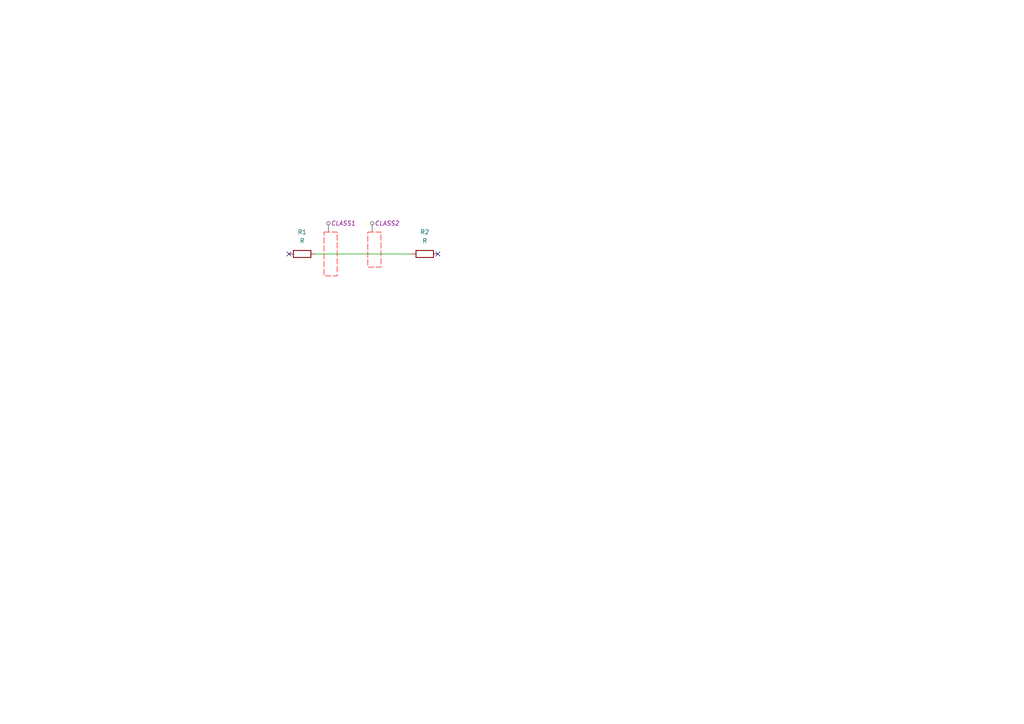
<source format=kicad_sch>
(kicad_sch (version 20240417) (generator "eeschema") (generator_version "8.99")
  (paper "A4")
  (lib_symbols
    (symbol "Device:R" (pin_numbers hide) (pin_names (offset 0))
      (property "Reference" "R" (at 2.032 0 90))
      (property "Value" "R" (at 0 0 90))
      (symbol "R_0_1"
        (rectangle (start -1.016 -2.54) (end 1.016 2.54) (stroke (width 0.254)))
      )
      (symbol "R_1_1"
        (pin passive line (at 0 3.81 270) (length 1.27) (name "~") (number "1"))
        (pin passive line (at 0 -3.81 90) (length 1.27) (name "~") (number "2"))
      )
    )
  )
  (no_connect (at 127 73.66))
  (no_connect (at 83.82 73.66))
  (wire (pts (xy 91.44 73.66) (xy 119.38 73.66)))
  (rule_area (polyline (pts (xy 106.68 67.31) (xy 110.49 67.31) (xy 110.49 77.47) (xy 106.68 77.47)) (stroke (width 0) (type dash))))
  (rule_area (polyline (pts (xy 93.98 67.31) (xy 97.79 67.31) (xy 97.79 80.01) (xy 93.98 80.01)) (stroke (width 0) (type dash))))
  (netclass_flag "" (length 2.54) (shape round) (at 95.25 67.31 0) (property "Netclass" "CLASS1" (at 95.9485 64.77 0) (effects (font (italic yes)) (justify left))))
  (netclass_flag "" (length 2.54) (shape round) (at 107.95 67.31 0) (property "Netclass" "CLASS2" (at 108.6485 64.77 0) (effects (font (italic yes)) (justify left))))
  (symbol (lib_id "Device:R") (at 123.19 73.66 270) (unit 1)
    (property "Reference" "R2" (at 123.19 67.31 90))
    (property "Value" "R" (at 123.19 69.85 90))
    (property "Description" "Resistor" (effects (hide yes)))
  )
  (symbol (lib_id "Device:R") (at 87.63 73.66 270) (unit 1)
    (property "Reference" "R1" (at 87.63 67.31 90))
    (property "Value" "R" (at 87.63 69.85 90))
    (property "Description" "Resistor" (effects (hide yes)))
  )
)
</source>
